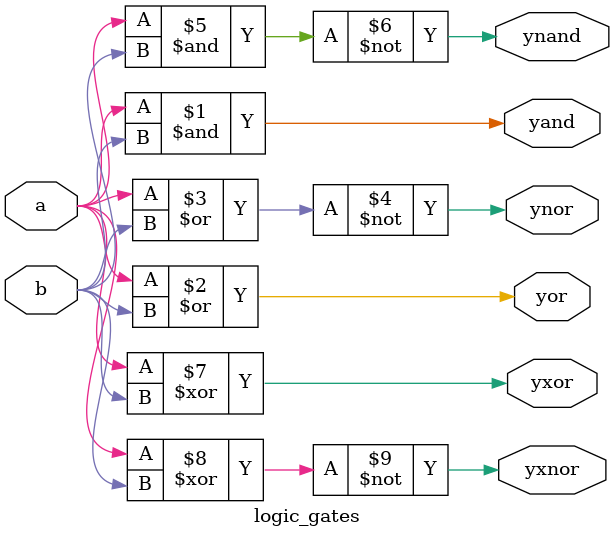
<source format=sv>

`timescale 1ns / 1ps
module logic_gates(
input a,b,
output yand,yor,yxnor,ynor,ynand,yxor
);
assign yand = (a&b);
assign yor = (a|b);
assign ynor = ~(a|b);
assign ynand = ~(a&b);
assign yxor = a^b;
assign yxnor = ~(a^b);
endmodule

</source>
